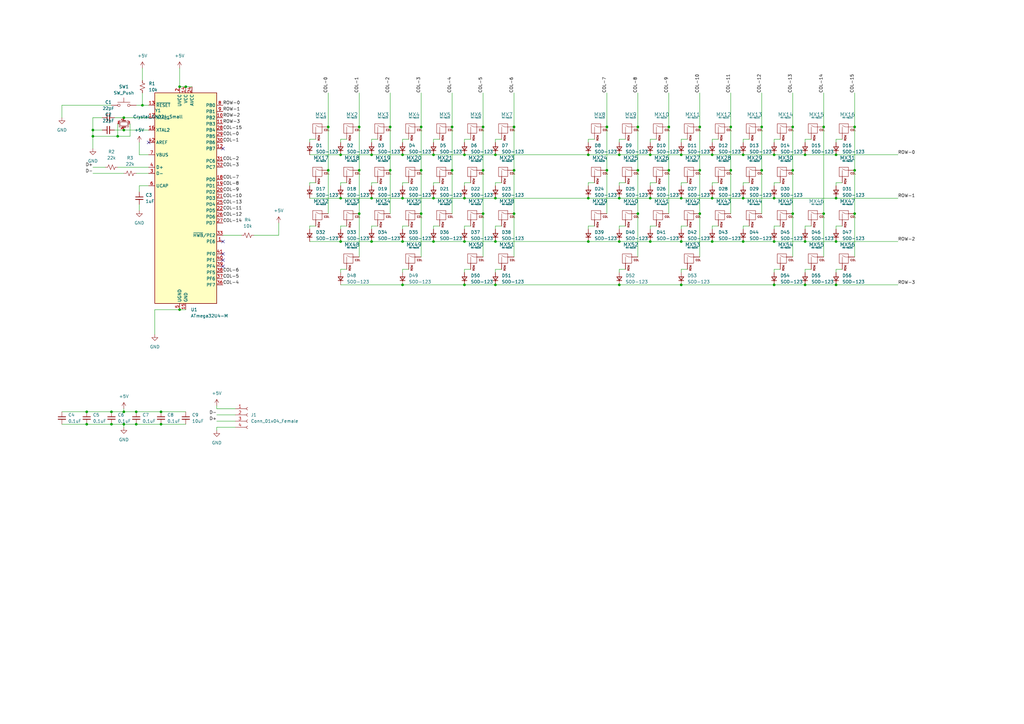
<source format=kicad_sch>
(kicad_sch (version 20211123) (generator eeschema)
  (paper "A3")
  (lib_symbols
    (symbol "Connector:Conn_01x04_Female" (pin_names (offset 1.016) hide)
      (property "Reference" "J" (at 0 5.08 0))
      (property "Value" "Conn_01x04_Female" (at 0 -7.62 0))
      (symbol "Conn_01x04_Female_1_1"
        (pin passive line (at -5.08 2.54 0) (length 3.81) (name "Pin_1") (number "1"))
        (pin passive line (at -5.08 0 0) (length 3.81) (name "Pin_2") (number "2"))
        (pin passive line (at -5.08 -2.54 0) (length 3.81) (name "Pin_3") (number "3"))
        (pin passive line (at -5.08 -5.08 0) (length 3.81) (name "Pin_4") (number "4"))
      )
    )
    (symbol "Device:C_Small" (pin_numbers hide) (pin_names (offset 0.254) hide)
      (property "Reference" "C" (at 0.254 1.778 0))
      (property "Value" "C_Small" (at 0.254 -2.032 0))
      (symbol "C_Small_1_1"
        (pin passive line (at 0 2.54 270) (length 2.032) (name "~") (number "1"))
        (pin passive line (at 0 -2.54 90) (length 2.032) (name "~") (number "2"))
      )
    )
    (symbol "Device:Crystal_GND24_Small" (pin_names (offset 1.016) hide)
      (property "Reference" "Y" (at 1.27 4.445 0))
      (property "Value" "Crystal_GND24_Small" (at 1.27 2.54 0))
      (symbol "Crystal_GND24_Small_1_1"
        (pin passive line (at -2.54 0 0) (length 1.27) (name "1") (number "1"))
        (pin passive line (at 0 -2.54 90) (length 0.635) (name "2") (number "2"))
        (pin passive line (at 2.54 0 180) (length 1.27) (name "3") (number "3"))
        (pin passive line (at 0 2.54 270) (length 0.635) (name "4") (number "4"))
      )
    )
    (symbol "Device:D_Small" (pin_numbers hide) (pin_names (offset 0.254) hide)
      (property "Reference" "D" (at -1.27 2.032 0))
      (property "Value" "D_Small" (at -3.81 -2.032 0))
      (symbol "D_Small_1_1"
        (pin passive line (at -2.54 0 0) (length 1.778) (name "K") (number "1"))
        (pin passive line (at 2.54 0 180) (length 1.778) (name "A") (number "2"))
      )
    )
    (symbol "Device:R_Small_US" (pin_numbers hide) (pin_names (offset 0.254) hide)
      (property "Reference" "R" (at 0.762 0.508 0))
      (property "Value" "R_Small_US" (at 0.762 -1.016 0))
      (symbol "R_Small_US_1_1"
        (pin passive line (at 0 2.54 270) (length 1.016) (name "~") (number "1"))
        (pin passive line (at 0 -2.54 90) (length 1.016) (name "~") (number "2"))
      )
    )
    (symbol "MCU_Microchip_ATmega:ATmega32U4-M"
      (property "Reference" "U" (at -12.7 44.45 0))
      (property "Value" "ATmega32U4-M" (at 2.54 -44.45 0))
      (symbol "ATmega32U4-M_1_1"
        (pin bidirectional line (at 15.24 -17.78 180) (length 2.54) (name "PE6") (number "1"))
        (pin bidirectional line (at 15.24 33.02 180) (length 2.54) (name "PB2") (number "10"))
        (pin bidirectional line (at 15.24 30.48 180) (length 2.54) (name "PB3") (number "11"))
        (pin bidirectional line (at 15.24 20.32 180) (length 2.54) (name "PB7") (number "12"))
        (pin input line (at -15.24 38.1 0) (length 2.54) (name "~{RESET}") (number "13"))
        (pin power_in line (at 0 45.72 270) (length 2.54) (name "VCC") (number "14"))
        (pin power_in line (at 0 -45.72 90) (length 2.54) (name "GND") (number "15"))
        (pin output line (at -15.24 27.94 0) (length 2.54) (name "XTAL2") (number "16"))
        (pin input line (at -15.24 33.02 0) (length 2.54) (name "XTAL1") (number "17"))
        (pin bidirectional line (at 15.24 7.62 180) (length 2.54) (name "PD0") (number "18"))
        (pin bidirectional line (at 15.24 5.08 180) (length 2.54) (name "PD1") (number "19"))
        (pin power_in line (at -2.54 45.72 270) (length 2.54) (name "UVCC") (number "2"))
        (pin bidirectional line (at 15.24 2.54 180) (length 2.54) (name "PD2") (number "20"))
        (pin bidirectional line (at 15.24 0 180) (length 2.54) (name "PD3") (number "21"))
        (pin bidirectional line (at 15.24 -5.08 180) (length 2.54) (name "PD5") (number "22"))
        (pin passive line (at 0 -45.72 90) (length 2.54) hide (name "GND") (number "23"))
        (pin power_in line (at 2.54 45.72 270) (length 2.54) (name "AVCC") (number "24"))
        (pin bidirectional line (at 15.24 -2.54 180) (length 2.54) (name "PD4") (number "25"))
        (pin bidirectional line (at 15.24 -7.62 180) (length 2.54) (name "PD6") (number "26"))
        (pin bidirectional line (at 15.24 -10.16 180) (length 2.54) (name "PD7") (number "27"))
        (pin bidirectional line (at 15.24 27.94 180) (length 2.54) (name "PB4") (number "28"))
        (pin bidirectional line (at 15.24 25.4 180) (length 2.54) (name "PB5") (number "29"))
        (pin bidirectional line (at -15.24 10.16 0) (length 2.54) (name "D-") (number "3"))
        (pin bidirectional line (at 15.24 22.86 180) (length 2.54) (name "PB6") (number "30"))
        (pin bidirectional line (at 15.24 15.24 180) (length 2.54) (name "PC6") (number "31"))
        (pin bidirectional line (at 15.24 12.7 180) (length 2.54) (name "PC7") (number "32"))
        (pin bidirectional line (at 15.24 -15.24 180) (length 2.54) (name "~{HWB}/PE2") (number "33"))
        (pin passive line (at 0 45.72 270) (length 2.54) hide (name "VCC") (number "34"))
        (pin passive line (at 0 -45.72 90) (length 2.54) hide (name "GND") (number "35"))
        (pin bidirectional line (at 15.24 -35.56 180) (length 2.54) (name "PF7") (number "36"))
        (pin bidirectional line (at 15.24 -33.02 180) (length 2.54) (name "PF6") (number "37"))
        (pin bidirectional line (at 15.24 -30.48 180) (length 2.54) (name "PF5") (number "38"))
        (pin bidirectional line (at 15.24 -27.94 180) (length 2.54) (name "PF4") (number "39"))
        (pin bidirectional line (at -15.24 12.7 0) (length 2.54) (name "D+") (number "4"))
        (pin bidirectional line (at 15.24 -25.4 180) (length 2.54) (name "PF1") (number "40"))
        (pin bidirectional line (at 15.24 -22.86 180) (length 2.54) (name "PF0") (number "41"))
        (pin passive line (at -15.24 22.86 0) (length 2.54) (name "AREF") (number "42"))
        (pin passive line (at 0 -45.72 90) (length 2.54) hide (name "GND") (number "43"))
        (pin passive line (at 2.54 45.72 270) (length 2.54) hide (name "AVCC") (number "44"))
        (pin passive line (at 0 -45.72 90) (length 2.54) hide (name "GND") (number "45"))
        (pin passive line (at -2.54 -45.72 90) (length 2.54) (name "UGND") (number "5"))
        (pin passive line (at -15.24 5.08 0) (length 2.54) (name "UCAP") (number "6"))
        (pin input line (at -15.24 17.78 0) (length 2.54) (name "VBUS") (number "7"))
        (pin bidirectional line (at 15.24 38.1 180) (length 2.54) (name "PB0") (number "8"))
        (pin bidirectional line (at 15.24 35.56 180) (length 2.54) (name "PB1") (number "9"))
      )
    )
    (symbol "MX_Alps_Hybrid:MX-NoLED" (pin_names (offset 1.016))
      (property "Reference" "MX" (at -0.635 3.81 0))
      (property "Value" "MX-NoLED" (at -0.635 1.27 0))
      (symbol "MX-NoLED_0_0"
        (text "COL" (at 3.175 0 0) (effects (font (size 0.762 0.762))))
        (text "ROW" (at 0 -1.905 900) (effects (font (size 0.762 0.762)) (justify right)))
      )
      (symbol "MX-NoLED_1_1"
        (pin passive line (at 3.81 1.27 180) (length 2.54) (name "COL") (number "1"))
        (pin passive line (at -1.27 -3.81 90) (length 2.54) (name "ROW") (number "2"))
      )
    )
    (symbol "Switch:SW_Push" (pin_numbers hide) (pin_names (offset 1.016) hide)
      (property "Reference" "SW" (at 1.27 2.54 0))
      (property "Value" "SW_Push" (at 0 -1.524 0))
      (symbol "SW_Push_0_1"
        (pin passive line (at -5.08 0 0) (length 2.54) (name "1") (number "1"))
        (pin passive line (at 5.08 0 180) (length 2.54) (name "2") (number "2"))
      )
    )
    (symbol "power:+5V" (power) (pin_names (offset 0))
      (property "Value" "+5V" (at 0 3.556 0))
      (symbol "+5V_1_1"
        (pin power_in line (at 0 0 90) (length 0) hide (name "+5V") (number "1"))
      )
    )
    (symbol "power:GND" (power) (pin_names (offset 0))
      (property "Value" "GND" (at 0 -3.81 0))
      (symbol "GND_1_1"
        (pin power_in line (at 0 0 270) (length 0) hide (name "GND") (number "1"))
      )
    )
  )
  (junction (at 261.62 87.63))
  (junction (at 198.12 87.63))
  (junction (at 66.04 173.99))
  (junction (at 342.9 99.06))
  (junction (at 254 81.28))
  (junction (at 147.32 69.85))
  (junction (at 325.12 87.63))
  (junction (at 210.82 87.63))
  (junction (at 45.72 173.99))
  (junction (at 342.9 116.84))
  (junction (at 317.5 63.5))
  (junction (at 50.8 48.26))
  (junction (at 203.2 99.06))
  (junction (at 177.8 99.06))
  (junction (at 287.02 52.07))
  (junction (at 210.82 52.07))
  (junction (at 139.7 81.28))
  (junction (at 304.8 81.28))
  (junction (at 55.88 168.91))
  (junction (at 274.32 69.85))
  (junction (at 58.42 43.18))
  (junction (at 152.4 99.06))
  (junction (at 152.4 81.28))
  (junction (at 330.2 99.06))
  (junction (at 299.72 69.85))
  (junction (at 279.4 116.84))
  (junction (at 50.8 53.34))
  (junction (at 248.92 52.07))
  (junction (at 198.12 69.85))
  (junction (at 241.3 81.28))
  (junction (at 304.8 63.5))
  (junction (at 330.2 116.84))
  (junction (at 312.42 52.07))
  (junction (at 261.62 52.07))
  (junction (at 50.8 168.91))
  (junction (at 337.82 87.63))
  (junction (at 165.1 116.84))
  (junction (at 266.7 81.28))
  (junction (at 45.72 168.91))
  (junction (at 287.02 69.85))
  (junction (at 312.42 69.85))
  (junction (at 241.3 99.06))
  (junction (at 203.2 81.28))
  (junction (at 73.66 35.56))
  (junction (at 139.7 63.5))
  (junction (at 350.52 87.63))
  (junction (at 66.04 168.91))
  (junction (at 261.62 69.85))
  (junction (at 172.72 87.63))
  (junction (at 35.56 173.99))
  (junction (at 325.12 52.07))
  (junction (at 190.5 99.06))
  (junction (at 35.56 168.91))
  (junction (at 48.26 55.88))
  (junction (at 134.62 69.85))
  (junction (at 38.1 53.34))
  (junction (at 342.9 63.5))
  (junction (at 177.8 63.5))
  (junction (at 254 99.06))
  (junction (at 299.72 52.07))
  (junction (at 198.12 52.07))
  (junction (at 165.1 63.5))
  (junction (at 304.8 99.06))
  (junction (at 274.32 52.07))
  (junction (at 50.8 173.99))
  (junction (at 203.2 63.5))
  (junction (at 287.02 87.63))
  (junction (at 203.2 116.84))
  (junction (at 177.8 81.28))
  (junction (at 350.52 52.07))
  (junction (at 325.12 69.85))
  (junction (at 172.72 52.07))
  (junction (at 337.82 52.07))
  (junction (at 248.92 69.85))
  (junction (at 190.5 81.28))
  (junction (at 317.5 99.06))
  (junction (at 152.4 63.5))
  (junction (at 172.72 69.85))
  (junction (at 292.1 63.5))
  (junction (at 279.4 63.5))
  (junction (at 292.1 81.28))
  (junction (at 342.9 81.28))
  (junction (at 350.52 69.85))
  (junction (at 254 116.84))
  (junction (at 147.32 87.63))
  (junction (at 317.5 116.84))
  (junction (at 38.1 55.88))
  (junction (at 330.2 63.5))
  (junction (at 266.7 63.5))
  (junction (at 210.82 69.85))
  (junction (at 165.1 99.06))
  (junction (at 185.42 52.07))
  (junction (at 279.4 99.06))
  (junction (at 266.7 99.06))
  (junction (at 160.02 69.85))
  (junction (at 139.7 99.06))
  (junction (at 73.66 127))
  (junction (at 241.3 63.5))
  (junction (at 55.88 173.99))
  (junction (at 185.42 69.85))
  (junction (at 160.02 52.07))
  (junction (at 190.5 116.84))
  (junction (at 279.4 81.28))
  (junction (at 165.1 81.28))
  (junction (at 134.62 52.07))
  (junction (at 254 63.5))
  (junction (at 147.32 52.07))
  (junction (at 190.5 63.5))
  (junction (at 292.1 99.06))
  (junction (at 76.2 35.56))
  (junction (at 317.5 81.28))
  (no_connect (at 60.96 58.42))
  (no_connect (at 91.44 60.96))
  (no_connect (at 91.44 104.14))
  (no_connect (at 91.44 109.22))
  (no_connect (at 91.44 99.06))
  (no_connect (at 91.44 106.68))
  (wire (pts (xy 248.92 38.1) (xy 248.92 52.07)))
  (wire (pts (xy 203.2 99.06) (xy 241.3 99.06)))
  (wire (pts (xy 304.8 74.93) (xy 304.8 76.2)))
  (wire (pts (xy 50.8 173.99) (xy 50.8 175.26)))
  (wire (pts (xy 66.04 168.91) (xy 76.2 168.91)))
  (wire (pts (xy 254 74.93) (xy 254 76.2)))
  (wire (pts (xy 350.52 38.1) (xy 350.52 52.07)))
  (wire (pts (xy 274.32 38.1) (xy 274.32 52.07)))
  (wire (pts (xy 139.7 116.84) (xy 165.1 116.84)))
  (wire (pts (xy 317.5 81.28) (xy 342.9 81.28)))
  (wire (pts (xy 266.7 81.28) (xy 279.4 81.28)))
  (wire (pts (xy 147.32 69.85) (xy 147.32 87.63)))
  (wire (pts (xy 167.64 74.93) (xy 165.1 74.93)))
  (wire (pts (xy 172.72 87.63) (xy 172.72 105.41)))
  (wire (pts (xy 60.96 63.5) (xy 57.15 63.5)))
  (wire (pts (xy 147.32 52.07) (xy 147.32 69.85)))
  (wire (pts (xy 307.34 57.15) (xy 304.8 57.15)))
  (wire (pts (xy 330.2 92.71) (xy 330.2 93.98)))
  (wire (pts (xy 76.2 35.56) (xy 73.66 35.56)))
  (wire (pts (xy 152.4 99.06) (xy 165.1 99.06)))
  (wire (pts (xy 287.02 69.85) (xy 287.02 87.63)))
  (wire (pts (xy 177.8 81.28) (xy 190.5 81.28)))
  (wire (pts (xy 342.9 63.5) (xy 368.3 63.5)))
  (wire (pts (xy 342.9 99.06) (xy 368.3 99.06)))
  (wire (pts (xy 152.4 57.15) (xy 152.4 58.42)))
  (wire (pts (xy 350.52 69.85) (xy 350.52 87.63)))
  (wire (pts (xy 152.4 74.93) (xy 152.4 76.2)))
  (wire (pts (xy 342.9 57.15) (xy 342.9 58.42)))
  (wire (pts (xy 134.62 52.07) (xy 134.62 69.85)))
  (wire (pts (xy 127 63.5) (xy 139.7 63.5)))
  (wire (pts (xy 287.02 52.07) (xy 287.02 69.85)))
  (wire (pts (xy 337.82 38.1) (xy 337.82 52.07)))
  (wire (pts (xy 88.9 166.37) (xy 88.9 167.64)))
  (wire (pts (xy 205.74 92.71) (xy 203.2 92.71)))
  (wire (pts (xy 55.88 168.91) (xy 66.04 168.91)))
  (wire (pts (xy 165.1 110.49) (xy 165.1 111.76)))
  (wire (pts (xy 88.9 170.18) (xy 96.52 170.18)))
  (wire (pts (xy 241.3 92.71) (xy 241.3 93.98)))
  (wire (pts (xy 57.15 83.82) (xy 57.15 86.36)))
  (wire (pts (xy 190.5 63.5) (xy 203.2 63.5)))
  (wire (pts (xy 256.54 92.71) (xy 254 92.71)))
  (wire (pts (xy 60.96 76.2) (xy 57.15 76.2)))
  (wire (pts (xy 269.24 74.93) (xy 266.7 74.93)))
  (wire (pts (xy 152.4 92.71) (xy 152.4 93.98)))
  (wire (pts (xy 279.4 63.5) (xy 292.1 63.5)))
  (wire (pts (xy 139.7 57.15) (xy 139.7 58.42)))
  (wire (pts (xy 203.2 57.15) (xy 203.2 58.42)))
  (wire (pts (xy 320.04 92.71) (xy 317.5 92.71)))
  (wire (pts (xy 48.26 68.58) (xy 60.96 68.58)))
  (wire (pts (xy 345.44 92.71) (xy 342.9 92.71)))
  (wire (pts (xy 127 81.28) (xy 139.7 81.28)))
  (wire (pts (xy 38.1 68.58) (xy 43.18 68.58)))
  (wire (pts (xy 147.32 38.1) (xy 147.32 52.07)))
  (wire (pts (xy 50.8 53.34) (xy 60.96 53.34)))
  (wire (pts (xy 210.82 87.63) (xy 210.82 105.41)))
  (wire (pts (xy 203.2 92.71) (xy 203.2 93.98)))
  (wire (pts (xy 203.2 63.5) (xy 241.3 63.5)))
  (wire (pts (xy 317.5 74.93) (xy 317.5 76.2)))
  (wire (pts (xy 198.12 38.1) (xy 198.12 52.07)))
  (wire (pts (xy 345.44 57.15) (xy 342.9 57.15)))
  (wire (pts (xy 50.8 167.64) (xy 50.8 168.91)))
  (wire (pts (xy 304.8 99.06) (xy 317.5 99.06)))
  (wire (pts (xy 193.04 57.15) (xy 190.5 57.15)))
  (wire (pts (xy 317.5 63.5) (xy 330.2 63.5)))
  (wire (pts (xy 165.1 74.93) (xy 165.1 76.2)))
  (wire (pts (xy 210.82 38.1) (xy 210.82 52.07)))
  (wire (pts (xy 91.44 96.52) (xy 99.06 96.52)))
  (wire (pts (xy 193.04 92.71) (xy 190.5 92.71)))
  (wire (pts (xy 256.54 57.15) (xy 254 57.15)))
  (wire (pts (xy 139.7 110.49) (xy 139.7 111.76)))
  (wire (pts (xy 25.4 168.91) (xy 35.56 168.91)))
  (wire (pts (xy 73.66 127) (xy 63.5 127)))
  (wire (pts (xy 299.72 38.1) (xy 299.72 52.07)))
  (wire (pts (xy 142.24 110.49) (xy 139.7 110.49)))
  (wire (pts (xy 330.2 116.84) (xy 342.9 116.84)))
  (wire (pts (xy 180.34 74.93) (xy 177.8 74.93)))
  (wire (pts (xy 38.1 53.34) (xy 38.1 55.88)))
  (wire (pts (xy 294.64 74.93) (xy 292.1 74.93)))
  (wire (pts (xy 48.26 55.88) (xy 53.34 55.88)))
  (wire (pts (xy 38.1 48.26) (xy 41.91 48.26)))
  (wire (pts (xy 180.34 92.71) (xy 177.8 92.71)))
  (wire (pts (xy 304.8 57.15) (xy 304.8 58.42)))
  (wire (pts (xy 185.42 52.07) (xy 185.42 69.85)))
  (wire (pts (xy 58.42 43.18) (xy 60.96 43.18)))
  (wire (pts (xy 58.42 27.94) (xy 58.42 33.02)))
  (wire (pts (xy 45.72 168.91) (xy 50.8 168.91)))
  (wire (pts (xy 190.5 92.71) (xy 190.5 93.98)))
  (wire (pts (xy 190.5 74.93) (xy 190.5 76.2)))
  (wire (pts (xy 205.74 74.93) (xy 203.2 74.93)))
  (wire (pts (xy 190.5 116.84) (xy 203.2 116.84)))
  (wire (pts (xy 185.42 38.1) (xy 185.42 52.07)))
  (wire (pts (xy 279.4 99.06) (xy 292.1 99.06)))
  (wire (pts (xy 350.52 87.63) (xy 350.52 105.41)))
  (wire (pts (xy 281.94 74.93) (xy 279.4 74.93)))
  (wire (pts (xy 104.14 96.52) (xy 114.3 96.52)))
  (wire (pts (xy 325.12 38.1) (xy 325.12 52.07)))
  (wire (pts (xy 38.1 53.34) (xy 41.91 53.34)))
  (wire (pts (xy 266.7 57.15) (xy 266.7 58.42)))
  (wire (pts (xy 139.7 99.06) (xy 152.4 99.06)))
  (wire (pts (xy 55.88 71.12) (xy 60.96 71.12)))
  (wire (pts (xy 292.1 63.5) (xy 304.8 63.5)))
  (wire (pts (xy 139.7 92.71) (xy 139.7 93.98)))
  (wire (pts (xy 46.99 48.26) (xy 50.8 48.26)))
  (wire (pts (xy 292.1 92.71) (xy 292.1 93.98)))
  (wire (pts (xy 279.4 110.49) (xy 279.4 111.76)))
  (wire (pts (xy 294.64 92.71) (xy 292.1 92.71)))
  (wire (pts (xy 317.5 92.71) (xy 317.5 93.98)))
  (wire (pts (xy 57.15 76.2) (xy 57.15 78.74)))
  (wire (pts (xy 203.2 110.49) (xy 203.2 111.76)))
  (wire (pts (xy 142.24 57.15) (xy 139.7 57.15)))
  (wire (pts (xy 241.3 74.93) (xy 241.3 76.2)))
  (wire (pts (xy 243.84 74.93) (xy 241.3 74.93)))
  (wire (pts (xy 261.62 87.63) (xy 261.62 105.41)))
  (wire (pts (xy 193.04 74.93) (xy 190.5 74.93)))
  (wire (pts (xy 261.62 52.07) (xy 261.62 69.85)))
  (wire (pts (xy 203.2 74.93) (xy 203.2 76.2)))
  (wire (pts (xy 172.72 69.85) (xy 172.72 87.63)))
  (wire (pts (xy 35.56 168.91) (xy 45.72 168.91)))
  (wire (pts (xy 241.3 63.5) (xy 254 63.5)))
  (wire (pts (xy 142.24 92.71) (xy 139.7 92.71)))
  (wire (pts (xy 312.42 38.1) (xy 312.42 52.07)))
  (wire (pts (xy 165.1 99.06) (xy 177.8 99.06)))
  (wire (pts (xy 248.92 69.85) (xy 248.92 87.63)))
  (wire (pts (xy 45.72 173.99) (xy 50.8 173.99)))
  (wire (pts (xy 279.4 81.28) (xy 292.1 81.28)))
  (wire (pts (xy 292.1 99.06) (xy 304.8 99.06)))
  (wire (pts (xy 134.62 38.1) (xy 134.62 52.07)))
  (wire (pts (xy 114.3 96.52) (xy 114.3 91.44)))
  (wire (pts (xy 304.8 81.28) (xy 317.5 81.28)))
  (wire (pts (xy 198.12 69.85) (xy 198.12 87.63)))
  (wire (pts (xy 46.99 53.34) (xy 50.8 53.34)))
  (wire (pts (xy 266.7 74.93) (xy 266.7 76.2)))
  (wire (pts (xy 279.4 116.84) (xy 317.5 116.84)))
  (wire (pts (xy 243.84 57.15) (xy 241.3 57.15)))
  (wire (pts (xy 287.02 87.63) (xy 287.02 105.41)))
  (wire (pts (xy 254 110.49) (xy 254 111.76)))
  (wire (pts (xy 139.7 81.28) (xy 152.4 81.28)))
  (wire (pts (xy 53.34 50.8) (xy 53.34 55.88)))
  (wire (pts (xy 292.1 57.15) (xy 292.1 58.42)))
  (wire (pts (xy 177.8 57.15) (xy 177.8 58.42)))
  (wire (pts (xy 287.02 38.1) (xy 287.02 52.07)))
  (wire (pts (xy 152.4 81.28) (xy 165.1 81.28)))
  (wire (pts (xy 165.1 63.5) (xy 177.8 63.5)))
  (wire (pts (xy 57.15 63.5) (xy 57.15 58.42)))
  (wire (pts (xy 38.1 48.26) (xy 38.1 53.34)))
  (wire (pts (xy 307.34 74.93) (xy 304.8 74.93)))
  (wire (pts (xy 134.62 69.85) (xy 134.62 87.63)))
  (wire (pts (xy 35.56 173.99) (xy 45.72 173.99)))
  (wire (pts (xy 248.92 52.07) (xy 248.92 69.85)))
  (wire (pts (xy 129.54 92.71) (xy 127 92.71)))
  (wire (pts (xy 127 92.71) (xy 127 93.98)))
  (wire (pts (xy 317.5 110.49) (xy 317.5 111.76)))
  (wire (pts (xy 241.3 81.28) (xy 254 81.28)))
  (wire (pts (xy 127 74.93) (xy 127 76.2)))
  (wire (pts (xy 299.72 52.07) (xy 299.72 69.85)))
  (wire (pts (xy 254 92.71) (xy 254 93.98)))
  (wire (pts (xy 38.1 71.12) (xy 50.8 71.12)))
  (wire (pts (xy 185.42 69.85) (xy 185.42 87.63)))
  (wire (pts (xy 177.8 74.93) (xy 177.8 76.2)))
  (wire (pts (xy 330.2 57.15) (xy 330.2 58.42)))
  (wire (pts (xy 88.9 175.26) (xy 88.9 176.53)))
  (wire (pts (xy 330.2 63.5) (xy 342.9 63.5)))
  (wire (pts (xy 160.02 38.1) (xy 160.02 52.07)))
  (wire (pts (xy 337.82 52.07) (xy 337.82 87.63)))
  (wire (pts (xy 172.72 52.07) (xy 172.72 69.85)))
  (wire (pts (xy 58.42 38.1) (xy 58.42 43.18)))
  (wire (pts (xy 165.1 57.15) (xy 165.1 58.42)))
  (wire (pts (xy 198.12 87.63) (xy 198.12 105.41)))
  (wire (pts (xy 256.54 74.93) (xy 254 74.93)))
  (wire (pts (xy 165.1 92.71) (xy 165.1 93.98)))
  (wire (pts (xy 63.5 127) (xy 63.5 137.16)))
  (wire (pts (xy 274.32 52.07) (xy 274.32 69.85)))
  (wire (pts (xy 292.1 74.93) (xy 292.1 76.2)))
  (wire (pts (xy 325.12 87.63) (xy 325.12 105.41)))
  (wire (pts (xy 345.44 110.49) (xy 342.9 110.49)))
  (wire (pts (xy 312.42 52.07) (xy 312.42 69.85)))
  (wire (pts (xy 50.8 48.26) (xy 60.96 48.26)))
  (wire (pts (xy 177.8 92.71) (xy 177.8 93.98)))
  (wire (pts (xy 38.1 55.88) (xy 48.26 55.88)))
  (wire (pts (xy 139.7 74.93) (xy 139.7 76.2)))
  (wire (pts (xy 256.54 110.49) (xy 254 110.49)))
  (wire (pts (xy 78.74 35.56) (xy 76.2 35.56)))
  (wire (pts (xy 190.5 110.49) (xy 190.5 111.76)))
  (wire (pts (xy 304.8 63.5) (xy 317.5 63.5)))
  (wire (pts (xy 266.7 63.5) (xy 279.4 63.5)))
  (wire (pts (xy 165.1 81.28) (xy 177.8 81.28)))
  (wire (pts (xy 142.24 74.93) (xy 139.7 74.93)))
  (wire (pts (xy 88.9 172.72) (xy 96.52 172.72)))
  (wire (pts (xy 320.04 74.93) (xy 317.5 74.93)))
  (wire (pts (xy 325.12 52.07) (xy 325.12 69.85)))
  (wire (pts (xy 332.74 57.15) (xy 330.2 57.15)))
  (wire (pts (xy 266.7 92.71) (xy 266.7 93.98)))
  (wire (pts (xy 279.4 74.93) (xy 279.4 76.2)))
  (wire (pts (xy 254 99.06) (xy 266.7 99.06)))
  (wire (pts (xy 299.72 69.85) (xy 299.72 87.63)))
  (wire (pts (xy 167.64 92.71) (xy 165.1 92.71)))
  (wire (pts (xy 147.32 87.63) (xy 147.32 105.41)))
  (wire (pts (xy 127 99.06) (xy 139.7 99.06)))
  (wire (pts (xy 25.4 43.18) (xy 45.72 43.18)))
  (wire (pts (xy 317.5 57.15) (xy 317.5 58.42)))
  (wire (pts (xy 342.9 74.93) (xy 342.9 76.2)))
  (wire (pts (xy 139.7 63.5) (xy 152.4 63.5)))
  (wire (pts (xy 279.4 92.71) (xy 279.4 93.98)))
  (wire (pts (xy 205.74 110.49) (xy 203.2 110.49)))
  (wire (pts (xy 50.8 173.99) (xy 55.88 173.99)))
  (wire (pts (xy 261.62 38.1) (xy 261.62 52.07)))
  (wire (pts (xy 294.64 57.15) (xy 292.1 57.15)))
  (wire (pts (xy 76.2 127) (xy 73.66 127)))
  (wire (pts (xy 266.7 99.06) (xy 279.4 99.06)))
  (wire (pts (xy 152.4 63.5) (xy 165.1 63.5)))
  (wire (pts (xy 129.54 57.15) (xy 127 57.15)))
  (wire (pts (xy 307.34 92.71) (xy 304.8 92.71)))
  (wire (pts (xy 332.74 92.71) (xy 330.2 92.71)))
  (wire (pts (xy 205.74 57.15) (xy 203.2 57.15)))
  (wire (pts (xy 154.94 92.71) (xy 152.4 92.71)))
  (wire (pts (xy 193.04 110.49) (xy 190.5 110.49)))
  (wire (pts (xy 254 116.84) (xy 279.4 116.84)))
  (wire (pts (xy 55.88 43.18) (xy 58.42 43.18)))
  (wire (pts (xy 304.8 92.71) (xy 304.8 93.98)))
  (wire (pts (xy 312.42 69.85) (xy 312.42 87.63)))
  (wire (pts (xy 160.02 52.07) (xy 160.02 69.85)))
  (wire (pts (xy 317.5 99.06) (xy 330.2 99.06)))
  (wire (pts (xy 342.9 81.28) (xy 368.3 81.28)))
  (wire (pts (xy 154.94 74.93) (xy 152.4 74.93)))
  (wire (pts (xy 241.3 99.06) (xy 254 99.06)))
  (wire (pts (xy 342.9 116.84) (xy 368.3 116.84)))
  (wire (pts (xy 167.64 110.49) (xy 165.1 110.49)))
  (wire (pts (xy 167.64 57.15) (xy 165.1 57.15)))
  (wire (pts (xy 38.1 55.88) (xy 38.1 60.96)))
  (wire (pts (xy 160.02 69.85) (xy 160.02 87.63)))
  (wire (pts (xy 261.62 69.85) (xy 261.62 87.63)))
  (wire (pts (xy 269.24 57.15) (xy 266.7 57.15)))
  (wire (pts (xy 25.4 43.18) (xy 25.4 48.26)))
  (wire (pts (xy 320.04 110.49) (xy 317.5 110.49)))
  (wire (pts (xy 325.12 69.85) (xy 325.12 87.63)))
  (wire (pts (xy 330.2 99.06) (xy 342.9 99.06)))
  (wire (pts (xy 342.9 92.71) (xy 342.9 93.98)))
  (wire (pts (xy 269.24 92.71) (xy 266.7 92.71)))
  (wire (pts (xy 241.3 57.15) (xy 241.3 58.42)))
  (wire (pts (xy 337.82 87.63) (xy 337.82 105.41)))
  (wire (pts (xy 281.94 110.49) (xy 279.4 110.49)))
  (wire (pts (xy 190.5 99.06) (xy 203.2 99.06)))
  (wire (pts (xy 165.1 116.84) (xy 190.5 116.84)))
  (wire (pts (xy 279.4 57.15) (xy 279.4 58.42)))
  (wire (pts (xy 177.8 99.06) (xy 190.5 99.06)))
  (wire (pts (xy 274.32 69.85) (xy 274.32 87.63)))
  (wire (pts (xy 190.5 81.28) (xy 203.2 81.28)))
  (wire (pts (xy 254 81.28) (xy 266.7 81.28)))
  (wire (pts (xy 317.5 116.84) (xy 330.2 116.84)))
  (wire (pts (xy 350.52 52.07) (xy 350.52 69.85)))
  (wire (pts (xy 332.74 110.49) (xy 330.2 110.49)))
  (wire (pts (xy 154.94 57.15) (xy 152.4 57.15)))
  (wire (pts (xy 55.88 173.99) (xy 66.04 173.99)))
  (wire (pts (xy 73.66 35.56) (xy 73.66 27.94)))
  (wire (pts (xy 172.72 38.1) (xy 172.72 52.07)))
  (wire (pts (xy 25.4 173.99) (xy 35.56 173.99)))
  (wire (pts (xy 281.94 92.71) (xy 279.4 92.71)))
  (wire (pts (xy 210.82 52.07) (xy 210.82 69.85)))
  (wire (pts (xy 281.94 57.15) (xy 279.4 57.15)))
  (wire (pts (xy 88.9 167.64) (xy 96.52 167.64)))
  (wire (pts (xy 127 57.15) (xy 127 58.42)))
  (wire (pts (xy 243.84 92.71) (xy 241.3 92.71)))
  (wire (pts (xy 320.04 57.15) (xy 317.5 57.15)))
  (wire (pts (xy 330.2 110.49) (xy 330.2 111.76)))
  (wire (pts (xy 345.44 74.93) (xy 342.9 74.93)))
  (wire (pts (xy 198.12 52.07) (xy 198.12 69.85)))
  (wire (pts (xy 180.34 57.15) (xy 177.8 57.15)))
  (wire (pts (xy 292.1 81.28) (xy 304.8 81.28)))
  (wire (pts (xy 66.04 173.99) (xy 76.2 173.99)))
  (wire (pts (xy 254 63.5) (xy 266.7 63.5)))
  (wire (pts (xy 342.9 110.49) (xy 342.9 111.76)))
  (wire (pts (xy 129.54 74.93) (xy 127 74.93)))
  (wire (pts (xy 48.26 50.8) (xy 48.26 55.88)))
  (wire (pts (xy 203.2 81.28) (xy 241.3 81.28)))
  (wire (pts (xy 210.82 69.85) (xy 210.82 87.63)))
  (wire (pts (xy 254 57.15) (xy 254 58.42)))
  (wire (pts (xy 177.8 63.5) (xy 190.5 63.5)))
  (wire (pts (xy 190.5 57.15) (xy 190.5 58.42)))
  (wire (pts (xy 96.52 175.26) (xy 88.9 175.26)))
  (wire (pts (xy 50.8 168.91) (xy 55.88 168.91)))
  (wire (pts (xy 203.2 116.84) (xy 254 116.84)))
  (label "ROW-1" (at 91.44 45.72 0))
  (label "COL-3" (at 91.44 68.58 0))
  (label "COL-15" (at 350.52 38.1 90))
  (label "COL-13" (at 325.12 38.1 90))
  (label "COL-1" (at 147.32 38.1 90))
  (label "ROW-0" (at 91.44 43.18 0))
  (label "D+" (at 88.9 172.72 180))
  (label "COL-4" (at 185.42 38.1 90))
  (label "COL-14" (at 337.82 38.1 90))
  (label "ROW-2" (at 368.3 99.06 0))
  (label "ROW-3" (at 91.44 50.8 0))
  (label "COL-9" (at 91.44 78.74 0))
  (label "COL-11" (at 91.44 86.36 0))
  (label "COL-10" (at 287.02 38.1 90))
  (label "COL-12" (at 312.42 38.1 90))
  (label "COL-0" (at 134.62 38.1 90))
  (label "D-" (at 88.9 170.18 180))
  (label "COL-2" (at 91.44 66.04 0))
  (label "COL-10" (at 91.44 81.28 0))
  (label "COL-13" (at 91.44 83.82 0))
  (label "D-" (at 38.1 71.12 180))
  (label "ROW-3" (at 368.3 116.84 0))
  (label "COL-12" (at 91.44 88.9 0))
  (label "COL-0" (at 91.44 55.88 0))
  (label "COL-4" (at 91.44 116.84 0))
  (label "ROW-0" (at 368.3 63.5 0))
  (label "COL-7" (at 91.44 73.66 0))
  (label "COL-15" (at 91.44 53.34 0))
  (label "COL-1" (at 91.44 58.42 0))
  (label "D+" (at 38.1 68.58 180))
  (label "COL-5" (at 198.12 38.1 90))
  (label "COL-9" (at 274.32 38.1 90))
  (label "COL-3" (at 172.72 38.1 90))
  (label "COL-14" (at 91.44 91.44 0))
  (label "COL-6" (at 210.82 38.1 90))
  (label "COL-5" (at 91.44 114.3 0))
  (label "ROW-2" (at 91.44 48.26 0))
  (label "COL-8" (at 261.62 38.1 90))
  (label "ROW-1" (at 368.3 81.28 0))
  (label "COL-8" (at 91.44 76.2 0))
  (label "COL-7" (at 248.92 38.1 90))
  (label "COL-11" (at 299.72 38.1 90))
  (label "COL-6" (at 91.44 111.76 0))
  (label "COL-2" (at 160.02 38.1 90))
  (symbol (lib_id "Device:D_Small") (at 317.5 60.96 90) (unit 1)
    (property "Reference" "D14" (at 320.04 59.6899 90) (effects (justify right)))
    (property "Value" "SOD-123" (at 320.04 62.2299 90) (effects (justify right)))
    (property "Footprint" "Diode_SMD:D_SOD-123" (effects hide))
  )
  (symbol (lib_id "MX_Alps_Hybrid:MX-NoLED") (at 181.61 88.9 0) (unit 1)
    (property "Reference" "MX36" (at 182.4956 82.55 0) (effects (font (size 1.524 1.524))))
    (property "Value" "MX-NoLED" (at 182.4956 83.82 0) (effects (font (size 0.508 0.508))))
    (property "Footprint" "MX_Only:MXOnly-1U-NoLED" (effects hide))
  )
  (symbol (lib_id "MX_Alps_Hybrid:MX-NoLED") (at 156.21 71.12 0) (unit 1)
    (property "Reference" "MX19" (at 157.0956 64.77 0) (effects (font (size 1.524 1.524))))
    (property "Value" "MX-NoLED" (at 157.0956 66.04 0) (effects (font (size 0.508 0.508))))
    (property "Footprint" "MX_Only:MXOnly-1U-NoLED" (effects hide))
  )
  (symbol (lib_id "MX_Alps_Hybrid:MX-NoLED") (at 295.91 53.34 0) (unit 1)
    (property "Reference" "MX12" (at 296.7956 46.99 0) (effects (font (size 1.524 1.524))))
    (property "Value" "MX-NoLED" (at 296.7956 48.26 0) (effects (font (size 0.508 0.508))))
    (property "Footprint" "MX_Only:MXOnly-1U-NoLED" (effects hide))
  )
  (symbol (lib_id "MX_Alps_Hybrid:MX-NoLED") (at 181.61 71.12 0) (unit 1)
    (property "Reference" "MX21" (at 182.4956 64.77 0) (effects (font (size 1.524 1.524))))
    (property "Value" "MX-NoLED" (at 182.4956 66.04 0) (effects (font (size 0.508 0.508))))
    (property "Footprint" "MX_Only:MXOnly-1U-NoLED" (effects hide))
  )
  (symbol (lib_id "MX_Alps_Hybrid:MX-NoLED") (at 283.21 106.68 0) (unit 1)
    (property "Reference" "MX53" (at 284.0956 100.33 0) (effects (font (size 1.524 1.524))))
    (property "Value" "MX-NoLED" (at 284.0956 101.6 0) (effects (font (size 0.508 0.508))))
    (property "Footprint" "MX_Only:MXOnly-1.5U-NoLED" (effects hide))
  )
  (symbol (lib_id "Device:D_Small") (at 292.1 60.96 90) (unit 1)
    (property "Reference" "D12" (at 294.64 59.6899 90) (effects (justify right)))
    (property "Value" "SOD-123" (at 294.64 62.2299 90) (effects (justify right)))
    (property "Footprint" "Diode_SMD:D_SOD-123" (effects hide))
  )
  (symbol (lib_id "Device:D_Small") (at 254 96.52 90) (unit 1)
    (property "Reference" "D40" (at 256.54 95.2499 90) (effects (justify right)))
    (property "Value" "SOD-123" (at 256.54 97.7899 90) (effects (justify right)))
    (property "Footprint" "Diode_SMD:D_SOD-123" (effects hide))
  )
  (symbol (lib_id "MX_Alps_Hybrid:MX-NoLED") (at 156.21 88.9 0) (unit 1)
    (property "Reference" "MX34" (at 157.0956 82.55 0) (effects (font (size 1.524 1.524))))
    (property "Value" "MX-NoLED" (at 157.0956 83.82 0) (effects (font (size 0.508 0.508))))
    (property "Footprint" "MX_Only:MXOnly-1U-NoLED" (effects hide))
  )
  (symbol (lib_id "MX_Alps_Hybrid:MX-NoLED") (at 245.11 71.12 0) (unit 1)
    (property "Reference" "MX24" (at 245.9956 64.77 0) (effects (font (size 1.524 1.524))))
    (property "Value" "MX-NoLED" (at 245.9956 66.04 0) (effects (font (size 0.508 0.508))))
    (property "Footprint" "MX_Only:MXOnly-1U-NoLED" (effects hide))
  )
  (symbol (lib_id "Device:D_Small") (at 241.3 60.96 90) (unit 1)
    (property "Reference" "D8" (at 243.84 59.6899 90) (effects (justify right)))
    (property "Value" "SOD-123" (at 243.84 62.2299 90) (effects (justify right)))
    (property "Footprint" "Diode_SMD:D_SOD-123" (effects hide))
  )
  (symbol (lib_id "power:GND") (at 50.8 175.26 0) (unit 1)
    (property "Reference" "#PWR011" (effects hide))
    (property "Value" "GND" (at 50.8 180.34 0))
  )
  (symbol (lib_id "Device:R_Small_US") (at 45.72 68.58 90) (unit 1)
    (property "Reference" "R2" (at 45.72 62.23 90))
    (property "Value" "22k" (at 45.72 64.77 90))
    (property "Footprint" "Resistor_SMD:R_0603_1608Metric_Pad0.98x0.95mm_HandSolder" (effects hide))
  )
  (symbol (lib_id "power:+5V") (at 58.42 27.94 0) (unit 1)
    (property "Reference" "#PWR01" (effects hide))
    (property "Value" "+5V" (at 58.42 22.86 0))
  )
  (symbol (lib_id "Device:D_Small") (at 330.2 60.96 90) (unit 1)
    (property "Reference" "D15" (at 332.74 59.6899 90) (effects (justify right)))
    (property "Value" "SOD-123" (at 332.74 62.2299 90) (effects (justify right)))
    (property "Footprint" "Diode_SMD:D_SOD-123" (effects hide))
  )
  (symbol (lib_id "MX_Alps_Hybrid:MX-NoLED") (at 181.61 53.34 0) (unit 1)
    (property "Reference" "MX5" (at 182.4956 46.99 0) (effects (font (size 1.524 1.524))))
    (property "Value" "MX-NoLED" (at 182.4956 48.26 0) (effects (font (size 0.508 0.508))))
    (property "Footprint" "MX_Only:MXOnly-1U-NoLED" (effects hide))
  )
  (symbol (lib_id "MX_Alps_Hybrid:MX-NoLED") (at 334.01 106.68 0) (unit 1)
    (property "Reference" "MX55" (at 334.8956 100.33 0) (effects (font (size 1.524 1.524))))
    (property "Value" "MX-NoLED" (at 334.8956 101.6 0) (effects (font (size 0.508 0.508))))
    (property "Footprint" "MX_Only:MXOnly-1U-NoLED" (effects hide))
  )
  (symbol (lib_id "Device:D_Small") (at 304.8 78.74 90) (unit 1)
    (property "Reference" "D29" (at 307.34 77.4699 90) (effects (justify right)))
    (property "Value" "SOD-123" (at 307.34 80.0099 90) (effects (justify right)))
    (property "Footprint" "Diode_SMD:D_SOD-123" (effects hide))
  )
  (symbol (lib_id "Device:D_Small") (at 279.4 114.3 90) (unit 1)
    (property "Reference" "D53" (at 281.94 113.0299 90) (effects (justify right)))
    (property "Value" "SOD-123" (at 281.94 115.5699 90) (effects (justify right)))
    (property "Footprint" "Diode_SMD:D_SOD-123" (effects hide))
  )
  (symbol (lib_id "Device:R_Small_US") (at 58.42 35.56 0) (unit 1)
    (property "Reference" "R1" (at 60.96 34.2899 0) (effects (justify left)))
    (property "Value" "10k" (at 60.96 36.8299 0) (effects (justify left)))
    (property "Footprint" "Resistor_SMD:R_0603_1608Metric_Pad0.98x0.95mm_HandSolder" (effects hide))
  )
  (symbol (lib_id "MX_Alps_Hybrid:MX-NoLED") (at 207.01 106.68 0) (unit 1)
    (property "Reference" "MX51" (at 207.8956 100.33 0) (effects (font (size 1.524 1.524))))
    (property "Value" "MX-NoLED" (at 207.8956 101.6 0) (effects (font (size 0.508 0.508))))
    (property "Footprint" "MX_Only:MXOnly-1U-NoLED" (effects hide))
  )
  (symbol (lib_id "MX_Alps_Hybrid:MX-NoLED") (at 194.31 106.68 0) (unit 1)
    (property "Reference" "MX50" (at 195.1956 100.33 0) (effects (font (size 1.524 1.524))))
    (property "Value" "MX-NoLED" (at 195.1956 101.6 0) (effects (font (size 0.508 0.508))))
    (property "Footprint" "MX_Only:MXOnly-2.25U-ReversedStabilizers-NoLED" (effects hide))
  )
  (symbol (lib_id "MX_Alps_Hybrid:MX-NoLED") (at 270.51 71.12 0) (unit 1)
    (property "Reference" "MX26" (at 271.3956 64.77 0) (effects (font (size 1.524 1.524))))
    (property "Value" "MX-NoLED" (at 271.3956 66.04 0) (effects (font (size 0.508 0.508))))
    (property "Footprint" "MX_Only:MXOnly-1U-NoLED" (effects hide))
  )
  (symbol (lib_id "MX_Alps_Hybrid:MX-NoLED") (at 257.81 88.9 0) (unit 1)
    (property "Reference" "MX40" (at 258.6956 82.55 0) (effects (font (size 1.524 1.524))))
    (property "Value" "MX-NoLED" (at 258.6956 83.82 0) (effects (font (size 0.508 0.508))))
    (property "Footprint" "MX_Only:MXOnly-1U-NoLED" (effects hide))
  )
  (symbol (lib_id "MX_Alps_Hybrid:MX-NoLED") (at 207.01 71.12 0) (unit 1)
    (property "Reference" "MX23" (at 207.8956 64.77 0) (effects (font (size 1.524 1.524))))
    (property "Value" "MX-NoLED" (at 207.8956 66.04 0) (effects (font (size 0.508 0.508))))
    (property "Footprint" "MX_Only:MXOnly-1U-NoLED" (effects hide))
  )
  (symbol (lib_id "Device:D_Small") (at 254 78.74 90) (unit 1)
    (property "Reference" "D25" (at 256.54 77.4699 90) (effects (justify right)))
    (property "Value" "SOD-123" (at 256.54 80.0099 90) (effects (justify right)))
    (property "Footprint" "Diode_SMD:D_SOD-123" (effects hide))
  )
  (symbol (lib_id "power:GND") (at 38.1 60.96 0) (unit 1)
    (property "Reference" "#PWR05" (effects hide))
    (property "Value" "GND" (at 38.1 66.04 0))
  )
  (symbol (lib_id "Device:D_Small") (at 304.8 60.96 90) (unit 1)
    (property "Reference" "D13" (at 307.34 59.6899 90) (effects (justify right)))
    (property "Value" "SOD-123" (at 307.34 62.2299 90) (effects (justify right)))
    (property "Footprint" "Diode_SMD:D_SOD-123" (effects hide))
  )
  (symbol (lib_id "MX_Alps_Hybrid:MX-NoLED") (at 321.31 106.68 0) (unit 1)
    (property "Reference" "MX54" (at 322.1956 100.33 0) (effects (font (size 1.524 1.524))))
    (property "Value" "MX-NoLED" (at 322.1956 101.6 0) (effects (font (size 0.508 0.508))))
    (property "Footprint" "MX_Only:MXOnly-1U-NoLED" (effects hide))
  )
  (symbol (lib_id "MX_Alps_Hybrid:MX-NoLED") (at 257.81 71.12 0) (unit 1)
    (property "Reference" "MX25" (at 258.6956 64.77 0) (effects (font (size 1.524 1.524))))
    (property "Value" "MX-NoLED" (at 258.6956 66.04 0) (effects (font (size 0.508 0.508))))
    (property "Footprint" "MX_Only:MXOnly-1U-NoLED" (effects hide))
  )
  (symbol (lib_id "Device:D_Small") (at 139.7 96.52 90) (unit 1)
    (property "Reference" "D33" (at 142.24 95.2499 90) (effects (justify right)))
    (property "Value" "SOD-123" (at 142.24 97.7899 90) (effects (justify right)))
    (property "Footprint" "Diode_SMD:D_SOD-123" (effects hide))
  )
  (symbol (lib_id "Device:D_Small") (at 152.4 60.96 90) (unit 1)
    (property "Reference" "D3" (at 154.94 59.6899 90) (effects (justify right)))
    (property "Value" "SOD-123" (at 154.94 62.2299 90) (effects (justify right)))
    (property "Footprint" "Diode_SMD:D_SOD-123" (effects hide))
  )
  (symbol (lib_id "Device:D_Small") (at 190.5 78.74 90) (unit 1)
    (property "Reference" "D22" (at 193.04 77.4699 90) (effects (justify right)))
    (property "Value" "SOD-123" (at 193.04 80.0099 90) (effects (justify right)))
    (property "Footprint" "Diode_SMD:D_SOD-123" (effects hide))
  )
  (symbol (lib_id "Device:D_Small") (at 279.4 78.74 90) (unit 1)
    (property "Reference" "D27" (at 281.94 77.4699 90) (effects (justify right)))
    (property "Value" "SOD-123" (at 281.94 80.0099 90) (effects (justify right)))
    (property "Footprint" "Diode_SMD:D_SOD-123" (effects hide))
  )
  (symbol (lib_id "power:GND") (at 63.5 137.16 0) (unit 1)
    (property "Reference" "#PWR08" (effects hide))
    (property "Value" "GND" (at 63.5 142.24 0))
  )
  (symbol (lib_id "Device:C_Small") (at 25.4 171.45 0) (unit 1)
    (property "Reference" "C4" (at 27.94 170.1862 0) (effects (justify left)))
    (property "Value" "0.1uF" (at 27.94 172.7262 0) (effects (justify left)))
    (property "Footprint" "Capacitor_SMD:C_0603_1608Metric_Pad1.08x0.95mm_HandSolder" (effects hide))
  )
  (symbol (lib_id "MX_Alps_Hybrid:MX-NoLED") (at 321.31 71.12 0) (unit 1)
    (property "Reference" "MX30" (at 322.1956 64.77 0) (effects (font (size 1.524 1.524))))
    (property "Value" "MX-NoLED" (at 322.1956 66.04 0) (effects (font (size 0.508 0.508))))
    (property "Footprint" "MX_Only:MXOnly-2.25U-ReversedStabilizers-NoLED" (effects hide))
  )
  (symbol (lib_id "Device:D_Small") (at 317.5 78.74 90) (unit 1)
    (property "Reference" "D30" (at 320.04 77.4699 90) (effects (justify right)))
    (property "Value" "SOD-123" (at 320.04 80.0099 90) (effects (justify right)))
    (property "Footprint" "Diode_SMD:D_SOD-123" (effects hide))
  )
  (symbol (lib_id "Device:C_Small") (at 55.88 171.45 0) (unit 1)
    (property "Reference" "C7" (at 58.42 170.1862 0) (effects (justify left)))
    (property "Value" "0.1uF" (at 58.42 172.7262 0) (effects (justify left)))
    (property "Footprint" "Capacitor_SMD:C_0603_1608Metric_Pad1.08x0.95mm_HandSolder" (effects hide))
  )
  (symbol (lib_id "MX_Alps_Hybrid:MX-NoLED") (at 270.51 53.34 0) (unit 1)
    (property "Reference" "MX10" (at 271.3956 46.99 0) (effects (font (size 1.524 1.524))))
    (property "Value" "MX-NoLED" (at 271.3956 48.26 0) (effects (font (size 0.508 0.508))))
    (property "Footprint" "MX_Only:MXOnly-1U-NoLED" (effects hide))
  )
  (symbol (lib_id "Device:D_Small") (at 139.7 114.3 90) (unit 1)
    (property "Reference" "D48" (at 142.24 113.0299 90) (effects (justify right)))
    (property "Value" "SOD-123" (at 142.24 115.5699 90) (effects (justify right)))
    (property "Footprint" "Diode_SMD:D_SOD-123" (effects hide))
  )
  (symbol (lib_id "MCU_Microchip_ATmega:ATmega32U4-M") (at 76.2 81.28 0) (unit 1)
    (property "Reference" "U1" (at 78.2194 127 0) (effects (justify left)))
    (property "Value" "ATmega32U4-M" (at 78.2194 129.54 0) (effects (justify left)))
    (property "Footprint" "Package_DFN_QFN:QFN-44-1EP_7x7mm_P0.5mm_EP5.2x5.2mm" (effects hide))
    (property "Datasheet" "http://ww1.microchip.com/downloads/en/DeviceDoc/Atmel-7766-8-bit-AVR-ATmega16U4-32U4_Datasheet.pdf" (effects hide))
  )
  (symbol (lib_id "MX_Alps_Hybrid:MX-NoLED") (at 334.01 53.34 0) (unit 1)
    (property "Reference" "MX15" (at 334.8956 46.99 0) (effects (font (size 1.524 1.524))))
    (property "Value" "MX-NoLED" (at 334.8956 48.26 0) (effects (font (size 0.508 0.508))))
    (property "Footprint" "MX_Only:MXOnly-1.5U-NoLED" (effects hide))
  )
  (symbol (lib_id "MX_Alps_Hybrid:MX-NoLED") (at 283.21 71.12 0) (unit 1)
    (property "Reference" "MX27" (at 284.0956 64.77 0) (effects (font (size 1.524 1.524))))
    (property "Value" "MX-NoLED" (at 284.0956 66.04 0) (effects (font (size 0.508 0.508))))
    (property "Footprint" "MX_Only:MXOnly-1U-NoLED" (effects hide))
  )
  (symbol (lib_id "Device:C_Small") (at 66.04 171.45 0) (unit 1)
    (property "Reference" "C8" (at 68.58 170.1862 0) (effects (justify left)))
    (property "Value" "0.1uF" (at 68.58 172.7262 0) (effects (justify left)))
    (property "Footprint" "Capacitor_SMD:C_0603_1608Metric_Pad1.08x0.95mm_HandSolder" (effects hide))
  )
  (symbol (lib_id "MX_Alps_Hybrid:MX-NoLED") (at 245.11 53.34 0) (unit 1)
    (property "Reference" "MX8" (at 245.9956 46.99 0) (effects (font (size 1.524 1.524))))
    (property "Value" "MX-NoLED" (at 245.9956 48.26 0) (effects (font (size 0.508 0.508))))
    (property "Footprint" "MX_Only:MXOnly-1U-NoLED" (effects hide))
  )
  (symbol (lib_id "MX_Alps_Hybrid:MX-NoLED") (at 321.31 88.9 0) (unit 1)
    (property "Reference" "MX45" (at 322.1956 82.55 0) (effects (font (size 1.524 1.524))))
    (property "Value" "MX-NoLED" (at 322.1956 83.82 0) (effects (font (size 0.508 0.508))))
    (property "Footprint" "MX_Only:MXOnly-1.75U-NoLED" (effects hide))
  )
  (symbol (lib_id "Device:D_Small") (at 190.5 114.3 90) (unit 1)
    (property "Reference" "D50" (at 193.04 113.0299 90) (effects (justify right)))
    (property "Value" "SOD-123" (at 193.04 115.5699 90) (effects (justify right)))
    (property "Footprint" "Diode_SMD:D_SOD-123" (effects hide))
  )
  (symbol (lib_id "Device:D_Small") (at 177.8 96.52 90) (unit 1)
    (property "Reference" "D36" (at 180.34 95.2499 90) (effects (justify right)))
    (property "Value" "SOD-123" (at 180.34 97.7899 90) (effects (justify right)))
    (property "Footprint" "Diode_SMD:D_SOD-123" (effects hide))
  )
  (symbol (lib_id "MX_Alps_Hybrid:MX-NoLED") (at 168.91 71.12 0) (unit 1)
    (property "Reference" "MX20" (at 169.7956 64.77 0) (effects (font (size 1.524 1.524))))
    (property "Value" "MX-NoLED" (at 169.7956 66.04 0) (effects (font (size 0.508 0.508))))
    (property "Footprint" "MX_Only:MXOnly-1U-NoLED" (effects hide))
  )
  (symbol (lib_id "MX_Alps_Hybrid:MX-NoLED") (at 334.01 88.9 0) (unit 1)
    (property "Reference" "MX46" (at 334.8956 82.55 0) (effects (font (size 1.524 1.524))))
    (property "Value" "MX-NoLED" (at 334.8956 83.82 0) (effects (font (size 0.508 0.508))))
    (property "Footprint" "MX_Only:MXOnly-1U-NoLED" (effects hide))
  )
  (symbol (lib_id "MX_Alps_Hybrid:MX-NoLED") (at 295.91 88.9 0) (unit 1)
    (property "Reference" "MX43" (at 296.7956 82.55 0) (effects (font (size 1.524 1.524))))
    (property "Value" "MX-NoLED" (at 296.7956 83.82 0) (effects (font (size 0.508 0.508))))
    (property "Footprint" "MX_Only:MXOnly-1U-NoLED" (effects hide))
  )
  (symbol (lib_id "MX_Alps_Hybrid:MX-NoLED") (at 346.71 53.34 0) (unit 1)
    (property "Reference" "MX16" (at 347.5956 46.99 0) (effects (font (size 1.524 1.524))))
    (property "Value" "MX-NoLED" (at 347.5956 48.26 0) (effects (font (size 0.508 0.508))))
    (property "Footprint" "MX_Only:MXOnly-1U-NoLED" (effects hide))
  )
  (symbol (lib_id "MX_Alps_Hybrid:MX-NoLED") (at 346.71 88.9 0) (unit 1)
    (property "Reference" "MX47" (at 347.5956 82.55 0) (effects (font (size 1.524 1.524))))
    (property "Value" "MX-NoLED" (at 347.5956 83.82 0) (effects (font (size 0.508 0.508))))
    (property "Footprint" "MX_Only:MXOnly-1U-NoLED" (effects hide))
  )
  (symbol (lib_id "Device:D_Small") (at 190.5 96.52 90) (unit 1)
    (property "Reference" "D37" (at 193.04 95.2499 90) (effects (justify right)))
    (property "Value" "SOD-123" (at 193.04 97.7899 90) (effects (justify right)))
    (property "Footprint" "Diode_SMD:D_SOD-123" (effects hide))
  )
  (symbol (lib_id "MX_Alps_Hybrid:MX-NoLED") (at 207.01 53.34 0) (unit 1)
    (property "Reference" "MX7" (at 207.8956 46.99 0) (effects (font (size 1.524 1.524))))
    (property "Value" "MX-NoLED" (at 207.8956 48.26 0) (effects (font (size 0.508 0.508))))
    (property "Footprint" "MX_Only:MXOnly-1U-NoLED" (effects hide))
  )
  (symbol (lib_id "Device:D_Small") (at 152.4 96.52 90) (unit 1)
    (property "Reference" "D34" (at 154.94 95.2499 90) (effects (justify right)))
    (property "Value" "SOD-123" (at 154.94 97.7899 90) (effects (justify right)))
    (property "Footprint" "Diode_SMD:D_SOD-123" (effects hide))
  )
  (symbol (lib_id "Device:Crystal_GND24_Small") (at 50.8 50.8 270) (unit 1)
    (property "Reference" "Y1" (at 64.77 45.3388 90))
    (property "Value" "Crystal_GND24_Small" (at 64.77 47.8788 90))
    (property "Footprint" "Crystal:Crystal_SMD_3225-4Pin_3.2x2.5mm_HandSoldering" (effects hide))
  )
  (symbol (lib_id "power:+5V") (at 88.9 166.37 0) (unit 1)
    (property "Reference" "#PWR09" (effects hide))
    (property "Value" "+5V" (at 88.9 161.29 0))
  )
  (symbol (lib_id "Device:D_Small") (at 342.9 114.3 90) (unit 1)
    (property "Reference" "D56" (at 345.44 113.0299 90) (effects (justify right)))
    (property "Value" "SOD-123" (at 345.44 115.5699 90) (effects (justify right)))
    (property "Footprint" "Diode_SMD:D_SOD-123" (effects hide))
  )
  (symbol (lib_id "Connector:Conn_01x04_Female") (at 101.6 170.18 0) (unit 1)
    (property "Reference" "J1" (at 102.87 170.1799 0) (effects (justify left)))
    (property "Value" "Conn_01x04_Female" (at 102.87 172.7199 0) (effects (justify left)))
    (property "Footprint" "acheron_Connectors:SM04B-SRSS-TB(LF)(SN)" (effects hide))
  )
  (symbol (lib_id "Device:C_Small") (at 76.2 171.45 0) (unit 1)
    (property "Reference" "C9" (at 78.74 170.1862 0) (effects (justify left)))
    (property "Value" "10uF" (at 78.74 172.7262 0) (effects (justify left)))
    (property "Footprint" "Capacitor_SMD:C_0603_1608Metric_Pad1.08x0.95mm_HandSolder" (effects hide))
  )
  (symbol (lib_id "Device:D_Small") (at 279.4 96.52 90) (unit 1)
    (property "Reference" "D42" (at 281.94 95.2499 90) (effects (justify right)))
    (property "Value" "SOD-123" (at 281.94 97.7899 90) (effects (justify right)))
    (property "Footprint" "Diode_SMD:D_SOD-123" (effects hide))
  )
  (symbol (lib_id "Device:D_Small") (at 330.2 114.3 90) (unit 1)
    (property "Reference" "D55" (at 332.74 113.0299 90) (effects (justify right)))
    (property "Value" "SOD-123" (at 332.74 115.5699 90) (effects (justify right)))
    (property "Footprint" "Diode_SMD:D_SOD-123" (effects hide))
  )
  (symbol (lib_id "Device:D_Small") (at 203.2 114.3 90) (unit 1)
    (property "Reference" "D51" (at 205.74 113.0299 90) (effects (justify right)))
    (property "Value" "SOD-123" (at 205.74 115.5699 90) (effects (justify right)))
    (property "Footprint" "Diode_SMD:D_SOD-123" (effects hide))
  )
  (symbol (lib_id "MX_Alps_Hybrid:MX-NoLED") (at 143.51 106.68 0) (unit 1)
    (property "Reference" "MX48" (at 144.3956 100.33 0) (effects (font (size 1.524 1.524))))
    (property "Value" "MX-NoLED" (at 144.3956 101.6 0) (effects (font (size 0.508 0.508))))
    (property "Footprint" "MX_Only:MXOnly-1.5U-NoLED" (effects hide))
  )
  (symbol (lib_id "MX_Alps_Hybrid:MX-NoLED") (at 308.61 53.34 0) (unit 1)
    (property "Reference" "MX13" (at 309.4956 46.99 0) (effects (font (size 1.524 1.524))))
    (property "Value" "MX-NoLED" (at 309.4956 48.26 0) (effects (font (size 0.508 0.508))))
    (property "Footprint" "MX_Only:MXOnly-1U-NoLED" (effects hide))
  )
  (symbol (lib_id "MX_Alps_Hybrid:MX-NoLED") (at 270.51 88.9 0) (unit 1)
    (property "Reference" "MX41" (at 271.3956 82.55 0) (effects (font (size 1.524 1.524))))
    (property "Value" "MX-NoLED" (at 271.3956 83.82 0) (effects (font (size 0.508 0.508))))
    (property "Footprint" "MX_Only:MXOnly-1U-NoLED" (effects hide))
  )
  (symbol (lib_id "Device:D_Small") (at 266.7 78.74 90) (unit 1)
    (property "Reference" "D26" (at 269.24 77.4699 90) (effects (justify right)))
    (property "Value" "SOD-123" (at 269.24 80.0099 90) (effects (justify right)))
    (property "Footprint" "Diode_SMD:D_SOD-123" (effects hide))
  )
  (symbol (lib_id "MX_Alps_Hybrid:MX-NoLED") (at 143.51 53.34 0) (unit 1)
    (property "Reference" "MX2" (at 144.3956 46.99 0) (effects (font (size 1.524 1.524))))
    (property "Value" "MX-NoLED" (at 144.3956 48.26 0) (effects (font (size 0.508 0.508))))
    (property "Footprint" "MX_Only:MXOnly-1.5U-NoLED" (effects hide))
  )
  (symbol (lib_id "MX_Alps_Hybrid:MX-NoLED") (at 143.51 88.9 0) (unit 1)
    (property "Reference" "MX33" (at 144.3956 82.55 0) (effects (font (size 1.524 1.524))))
    (property "Value" "MX-NoLED" (at 144.3956 83.82 0) (effects (font (size 0.508 0.508))))
    (property "Footprint" "MX_Only:MXOnly-2.25U-NoLED" (effects hide))
  )
  (symbol (lib_id "Device:D_Small") (at 266.7 96.52 90) (unit 1)
    (property "Reference" "D41" (at 269.24 95.2499 90) (effects (justify right)))
    (property "Value" "SOD-123" (at 269.24 97.7899 90) (effects (justify right)))
    (property "Footprint" "Diode_SMD:D_SOD-123" (effects hide))
  )
  (symbol (lib_id "MX_Alps_Hybrid:MX-NoLED") (at 194.31 71.12 0) (unit 1)
    (property "Reference" "MX22" (at 195.1956 64.77 0) (effects (font (size 1.524 1.524))))
    (property "Value" "MX-NoLED" (at 195.1956 66.04 0) (effects (font (size 0.508 0.508))))
    (property "Footprint" "MX_Only:MXOnly-1U-NoLED" (effects hide))
  )
  (symbol (lib_id "MX_Alps_Hybrid:MX-NoLED") (at 194.31 88.9 0) (unit 1)
    (property "Reference" "MX37" (at 195.1956 82.55 0) (effects (font (size 1.524 1.524))))
    (property "Value" "MX-NoLED" (at 195.1956 83.82 0) (effects (font (size 0.508 0.508))))
    (property "Footprint" "MX_Only:MXOnly-1U-NoLED" (effects hide))
  )
  (symbol (lib_id "Device:D_Small") (at 254 114.3 90) (unit 1)
    (property "Reference" "D52" (at 256.54 113.0299 90) (effects (justify right)))
    (property "Value" "SOD-123" (at 256.54 115.5699 90) (effects (justify right)))
    (property "Footprint" "Diode_SMD:D_SOD-123" (effects hide))
  )
  (symbol (lib_id "MX_Alps_Hybrid:MX-NoLED") (at 257.81 106.68 0) (unit 1)
    (property "Reference" "MX52" (at 258.6956 100.33 0) (effects (font (size 1.524 1.524))))
    (property "Value" "MX-NoLED" (at 258.6956 101.6 0) (effects (font (size 0.508 0.508))))
    (property "Footprint" "MX_Only:MXOnly-2.75U-ReversedStabilizers-NoLED" (effects hide))
  )
  (symbol (lib_id "MX_Alps_Hybrid:MX-NoLED") (at 321.31 53.34 0) (unit 1)
    (property "Reference" "MX14" (at 322.1956 46.99 0) (effects (font (size 1.524 1.524))))
    (property "Value" "MX-NoLED" (at 322.1956 48.26 0) (effects (font (size 0.508 0.508))))
    (property "Footprint" "MX_Only:MXOnly-1U-NoLED" (effects hide))
  )
  (symbol (lib_id "MX_Alps_Hybrid:MX-NoLED") (at 245.11 88.9 0) (unit 1)
    (property "Reference" "MX39" (at 245.9956 82.55 0) (effects (font (size 1.524 1.524))))
    (property "Value" "MX-NoLED" (at 245.9956 83.82 0) (effects (font (size 0.508 0.508))))
    (property "Footprint" "MX_Only:MXOnly-1U-NoLED" (effects hide))
  )
  (symbol (lib_id "Device:D_Small") (at 342.9 96.52 90) (unit 1)
    (property "Reference" "D47" (at 345.44 95.2499 90) (effects (justify right)))
    (property "Value" "SOD-123" (at 345.44 97.7899 90) (effects (justify right)))
    (property "Footprint" "Diode_SMD:D_SOD-123" (effects hide))
  )
  (symbol (lib_id "Device:R_Small_US") (at 101.6 96.52 270) (unit 1)
    (property "Reference" "R4" (at 101.6 90.17 90))
    (property "Value" "10k" (at 101.6 92.71 90))
    (property "Footprint" "Resistor_SMD:R_0603_1608Metric_Pad0.98x0.95mm_HandSolder" (effects hide))
  )
  (symbol (lib_id "power:GND") (at 25.4 48.26 0) (unit 1)
    (property "Reference" "#PWR03" (effects hide))
    (property "Value" "GND" (at 25.4 53.34 0))
  )
  (symbol (lib_id "Device:D_Small") (at 165.1 96.52 90) (unit 1)
    (property "Reference" "D35" (at 167.64 95.2499 90) (effects (justify right)))
    (property "Value" "SOD-123" (at 167.64 97.7899 90) (effects (justify right)))
    (property "Footprint" "Diode_SMD:D_SOD-123" (effects hide))
  )
  (symbol (lib_id "MX_Alps_Hybrid:MX-NoLED") (at 346.71 106.68 0) (unit 1)
    (property "Reference" "MX56" (at 347.5956 100.33 0) (effects (font (size 1.524 1.524))))
    (property "Value" "MX-NoLED" (at 347.5956 101.6 0) (effects (font (size 0.508 0.508))))
    (property "Footprint" "MX_Only:MXOnly-1U-NoLED" (effects hide))
  )
  (symbol (lib_id "power:+5V") (at 73.66 27.94 0) (unit 1)
    (property "Reference" "#PWR02" (effects hide))
    (property "Value" "+5V" (at 73.66 22.86 0))
  )
  (symbol (lib_id "power:+5V") (at 50.8 167.64 0) (unit 1)
    (property "Reference" "#PWR010" (effects hide))
    (property "Value" "+5V" (at 50.8 162.56 0))
  )
  (symbol (lib_id "Device:D_Small") (at 203.2 78.74 90) (unit 1)
    (property "Reference" "D23" (at 205.74 77.4699 90) (effects (justify right)))
    (property "Value" "SOD-123" (at 205.74 80.0099 90) (effects (justify right)))
    (property "Footprint" "Diode_SMD:D_SOD-123" (effects hide))
  )
  (symbol (lib_id "MX_Alps_Hybrid:MX-NoLED") (at 207.01 88.9 0) (unit 1)
    (property "Reference" "MX38" (at 207.8956 82.55 0) (effects (font (size 1.524 1.524))))
    (property "Value" "MX-NoLED" (at 207.8956 83.82 0) (effects (font (size 0.508 0.508))))
    (property "Footprint" "MX_Only:MXOnly-1U-NoLED" (effects hide))
  )
  (symbol (lib_id "MX_Alps_Hybrid:MX-NoLED") (at 346.71 71.12 0) (unit 1)
    (property "Reference" "MX31" (at 347.5956 64.77 0) (effects (font (size 1.524 1.524))))
    (property "Value" "MX-NoLED" (at 347.5956 66.04 0) (effects (font (size 0.508 0.508))))
    (property "Footprint" "MX_Only:MXOnly-1U-NoLED" (effects hide))
  )
  (symbol (lib_id "MX_Alps_Hybrid:MX-NoLED") (at 283.21 53.34 0) (unit 1)
    (property "Reference" "MX11" (at 284.0956 46.99 0) (effects (font (size 1.524 1.524))))
    (property "Value" "MX-NoLED" (at 284.0956 48.26 0) (effects (font (size 0.508 0.508))))
    (property "Footprint" "MX_Only:MXOnly-1U-NoLED" (effects hide))
  )
  (symbol (lib_id "Device:D_Small") (at 279.4 60.96 90) (unit 1)
    (property "Reference" "D11" (at 281.94 59.6899 90) (effects (justify right)))
    (property "Value" "SOD-123" (at 281.94 62.2299 90) (effects (justify right)))
    (property "Footprint" "Diode_SMD:D_SOD-123" (effects hide))
  )
  (symbol (lib_id "MX_Alps_Hybrid:MX-NoLED") (at 156.21 53.34 0) (unit 1)
    (property "Reference" "MX3" (at 157.0956 46.99 0) (effects (font (size 1.524 1.524))))
    (property "Value" "MX-NoLED" (at 157.0956 48.26 0) (effects (font (size 0.508 0.508))))
    (property "Footprint" "MX_Only:MXOnly-1U-NoLED" (effects hide))
  )
  (symbol (lib_id "power:GND") (at 57.15 86.36 0) (unit 1)
    (property "Reference" "#PWR06" (effects hide))
    (property "Value" "GND" (at 57.15 91.44 0))
  )
  (symbol (lib_id "Device:D_Small") (at 127 60.96 90) (unit 1)
    (property "Reference" "D1" (at 129.54 59.6899 90) (effects (justify right)))
    (property "Value" "SOD-123" (at 129.54 62.2299 90) (effects (justify right)))
    (property "Footprint" "Diode_SMD:D_SOD-123" (effects hide))
  )
  (symbol (lib_id "Device:D_Small") (at 317.5 114.3 90) (unit 1)
    (property "Reference" "D54" (at 320.04 113.0299 90) (effects (justify right)))
    (property "Value" "SOD-123" (at 320.04 115.5699 90) (effects (justify right)))
    (property "Footprint" "Diode_SMD:D_SOD-123" (effects hide))
  )
  (symbol (lib_id "Device:D_Small") (at 292.1 96.52 90) (unit 1)
    (property "Reference" "D43" (at 294.64 95.2499 90) (effects (justify right)))
    (property "Value" "SOD-123" (at 294.64 97.7899 90) (effects (justify right)))
    (property "Footprint" "Diode_SMD:D_SOD-123" (effects hide))
  )
  (symbol (lib_id "Device:D_Small") (at 165.1 60.96 90) (unit 1)
    (property "Reference" "D4" (at 167.64 59.6899 90) (effects (justify right)))
    (property "Value" "SOD-123" (at 167.64 62.2299 90) (effects (justify right)))
    (property "Footprint" "Diode_SMD:D_SOD-123" (effects hide))
  )
  (symbol (lib_id "MX_Alps_Hybrid:MX-NoLED") (at 194.31 53.34 0) (unit 1)
    (property "Reference" "MX6" (at 195.1956 46.99 0) (effects (font (size 1.524 1.524))))
    (property "Value" "MX-NoLED" (at 195.1956 48.26 0) (effects (font (size 0.508 0.508))))
    (property "Footprint" "MX_Only:MXOnly-1U-NoLED" (effects hide))
  )
  (symbol (lib_id "Device:C_Small") (at 44.45 48.26 90) (unit 1)
    (property "Reference" "C1" (at 44.4563 41.91 90))
    (property "Value" "22pF" (at 44.4563 44.45 90))
    (property "Footprint" "Capacitor_SMD:C_0603_1608Metric_Pad1.08x0.95mm_HandSolder" (effects hide))
  )
  (symbol (lib_id "Device:D_Small") (at 203.2 60.96 90) (unit 1)
    (property "Reference" "D7" (at 205.74 59.6899 90) (effects (justify right)))
    (property "Value" "SOD-123" (at 205.74 62.2299 90) (effects (justify right)))
    (property "Footprint" "Diode_SMD:D_SOD-123" (effects hide))
  )
  (symbol (lib_id "Device:D_Small") (at 241.3 78.74 90) (unit 1)
    (property "Reference" "D24" (at 243.84 77.4699 90) (effects (justify right)))
    (property "Value" "SOD-123" (at 243.84 80.0099 90) (effects (justify right)))
    (property "Footprint" "Diode_SMD:D_SOD-123" (effects hide))
  )
  (symbol (lib_id "Device:C_Small") (at 44.45 53.34 90) (unit 1)
    (property "Reference" "C2" (at 44.4563 46.99 90))
    (property "Value" "22pF" (at 44.4563 49.53 90))
    (property "Footprint" "Capacitor_SMD:C_0603_1608Metric_Pad1.08x0.95mm_HandSolder" (effects hide))
  )
  (symbol (lib_id "Device:D_Small") (at 317.5 96.52 90) (unit 1)
    (property "Reference" "D45" (at 320.04 95.2499 90) (effects (justify right)))
    (property "Value" "SOD-123" (at 320.04 97.7899 90) (effects (justify right)))
    (property "Footprint" "Diode_SMD:D_SOD-123" (effects hide))
  )
  (symbol (lib_id "Device:D_Small") (at 342.9 78.74 90) (unit 1)
    (property "Reference" "D31" (at 345.44 77.4699 90) (effects (justify right)))
    (property "Value" "SOD-123" (at 345.44 80.0099 90) (effects (justify right)))
    (property "Footprint" "Diode_SMD:D_SOD-123" (effects hide))
  )
  (symbol (lib_id "Device:D_Small") (at 304.8 96.52 90) (unit 1)
    (property "Reference" "D44" (at 307.34 95.2499 90) (effects (justify right)))
    (property "Value" "SOD-123" (at 307.34 97.7899 90) (effects (justify right)))
    (property "Footprint" "Diode_SMD:D_SOD-123" (effects hide))
  )
  (symbol (lib_id "MX_Alps_Hybrid:MX-NoLED") (at 143.51 71.12 0) (unit 1)
    (property "Reference" "MX18" (at 144.3956 64.77 0) (effects (font (size 1.524 1.524))))
    (property "Value" "MX-NoLED" (at 144.3956 66.04 0) (effects (font (size 0.508 0.508))))
    (property "Footprint" "MX_Only:MXOnly-1.25U-NoLED" (effects hide))
  )
  (symbol (lib_id "MX_Alps_Hybrid:MX-NoLED") (at 130.81 88.9 0) (unit 1)
    (property "Reference" "MX32" (at 131.6956 82.55 0) (effects (font (size 1.524 1.524))))
    (property "Value" "MX-NoLED" (at 131.6956 83.82 0) (effects (font (size 0.508 0.508))))
    (property "Footprint" "MX_Only:MXOnly-1U-NoLED" (effects hide))
  )
  (symbol (lib_id "MX_Alps_Hybrid:MX-NoLED") (at 295.91 71.12 0) (unit 1)
    (property "Reference" "MX28" (at 296.7956 64.77 0) (effects (font (size 1.524 1.524))))
    (property "Value" "MX-NoLED" (at 296.7956 66.04 0) (effects (font (size 0.508 0.508))))
    (property "Footprint" "MX_Only:MXOnly-1U-NoLED" (effects hide))
  )
  (symbol (lib_id "MX_Alps_Hybrid:MX-NoLED") (at 130.81 71.12 0) (unit 1)
    (property "Reference" "MX17" (at 131.6956 64.77 0) (effects (font (size 1.524 1.524))))
    (property "Value" "MX-NoLED" (at 131.6956 66.04 0) (effects (font (size 0.508 0.508))))
    (property "Footprint" "MX_Only:MXOnly-1U-NoLED" (effects hide))
  )
  (symbol (lib_id "MX_Alps_Hybrid:MX-NoLED") (at 308.61 88.9 0) (unit 1)
    (property "Reference" "MX44" (at 309.4956 82.55 0) (effects (font (size 1.524 1.524))))
    (property "Value" "MX-NoLED" (at 309.4956 83.82 0) (effects (font (size 0.508 0.508))))
    (property "Footprint" "MX_Only:MXOnly-1U-NoLED" (effects hide))
  )
  (symbol (lib_id "Device:D_Small") (at 241.3 96.52 90) (unit 1)
    (property "Reference" "D39" (at 243.84 95.2499 90) (effects (justify right)))
    (property "Value" "SOD-123" (at 243.84 97.7899 90) (effects (justify right)))
    (property "Footprint" "Diode_SMD:D_SOD-123" (effects hide))
  )
  (symbol (lib_id "Device:R_Small_US") (at 53.34 71.12 90) (unit 1)
    (property "Reference" "R3" (at 53.34 64.77 90))
    (property "Value" "22k" (at 53.34 67.31 90))
    (property "Footprint" "Resistor_SMD:R_0603_1608Metric_Pad0.98x0.95mm_HandSolder" (effects hide))
  )
  (symbol (lib_id "Device:D_Small") (at 139.7 78.74 90) (unit 1)
    (property "Reference" "D18" (at 142.24 77.4699 90) (effects (justify right)))
    (property "Value" "SOD-123" (at 142.24 80.0099 90) (effects (justify right)))
    (property "Footprint" "Diode_SMD:D_SOD-123" (effects hide))
  )
  (symbol (lib_id "Device:D_Small") (at 127 78.74 90) (unit 1)
    (property "Reference" "D17" (at 129.54 77.4699 90) (effects (justify right)))
    (property "Value" "SOD-123" (at 129.54 80.0099 90) (effects (justify right)))
    (property "Footprint" "Diode_SMD:D_SOD-123" (effects hide))
  )
  (symbol (lib_id "Device:D_Small") (at 266.7 60.96 90) (unit 1)
    (property "Reference" "D10" (at 269.24 59.6899 90) (effects (justify right)))
    (property "Value" "SOD-123" (at 269.24 62.2299 90) (effects (justify right)))
    (property "Footprint" "Diode_SMD:D_SOD-123" (effects hide))
  )
  (symbol (lib_id "Device:D_Small") (at 165.1 114.3 90) (unit 1)
    (property "Reference" "D49" (at 167.64 113.0299 90) (effects (justify right)))
    (property "Value" "SOD-123" (at 167.64 115.5699 90) (effects (justify right)))
    (property "Footprint" "Diode_SMD:D_SOD-123" (effects hide))
  )
  (symbol (lib_id "Device:D_Small") (at 152.4 78.74 90) (unit 1)
    (property "Reference" "D19" (at 154.94 77.4699 90) (effects (justify right)))
    (property "Value" "SOD-123" (at 154.94 80.0099 90) (effects (justify right)))
    (property "Footprint" "Diode_SMD:D_SOD-123" (effects hide))
  )
  (symbol (lib_id "Device:D_Small") (at 127 96.52 90) (unit 1)
    (property "Reference" "D32" (at 129.54 95.2499 90) (effects (justify right)))
    (property "Value" "SOD-123" (at 129.54 97.7899 90) (effects (justify right)))
    (property "Footprint" "Diode_SMD:D_SOD-123" (effects hide))
  )
  (symbol (lib_id "Device:D_Small") (at 177.8 60.96 90) (unit 1)
    (property "Reference" "D5" (at 180.34 59.6899 90) (effects (justify right)))
    (property "Value" "SOD-123" (at 180.34 62.2299 90) (effects (justify right)))
    (property "Footprint" "Diode_SMD:D_SOD-123" (effects hide))
  )
  (symbol (lib_id "Device:D_Small") (at 342.9 60.96 90) (unit 1)
    (property "Reference" "D16" (at 345.44 59.6899 90) (effects (justify right)))
    (property "Value" "SOD-123" (at 345.44 62.2299 90) (effects (justify right)))
    (property "Footprint" "Diode_SMD:D_SOD-123" (effects hide))
  )
  (symbol (lib_id "Device:D_Small") (at 203.2 96.52 90) (unit 1)
    (property "Reference" "D38" (at 205.74 95.2499 90) (effects (justify right)))
    (property "Value" "SOD-123" (at 205.74 97.7899 90) (effects (justify right)))
    (property "Footprint" "Diode_SMD:D_SOD-123" (effects hide))
  )
  (symbol (lib_id "Switch:SW_Push") (at 50.8 43.18 0) (unit 1)
    (property "Reference" "SW1" (at 50.8 35.56 0))
    (property "Value" "SW_Push" (at 50.8 38.1 0))
    (property "Footprint" "random-keyboard-parts:SKQG-1155865" (effects hide))
  )
  (symbol (lib_id "Device:D_Small") (at 292.1 78.74 90) (unit 1)
    (property "Reference" "D28" (at 294.64 77.4699 90) (effects (justify right)))
    (property "Value" "SOD-123" (at 294.64 80.0099 90) (effects (justify right)))
    (property "Footprint" "Diode_SMD:D_SOD-123" (effects hide))
  )
  (symbol (lib_id "Device:C_Small") (at 57.15 81.28 0) (unit 1)
    (property "Reference" "C3" (at 59.69 80.0162 0) (effects (justify left)))
    (property "Value" "1uF" (at 59.69 82.5562 0) (effects (justify left)))
    (property "Footprint" "Capacitor_SMD:C_0603_1608Metric_Pad1.08x0.95mm_HandSolder" (effects hide))
  )
  (symbol (lib_id "Device:D_Small") (at 254 60.96 90) (unit 1)
    (property "Reference" "D9" (at 256.54 59.6899 90) (effects (justify right)))
    (property "Value" "SOD-123" (at 256.54 62.2299 90) (effects (justify right)))
    (property "Footprint" "Diode_SMD:D_SOD-123" (effects hide))
  )
  (symbol (lib_id "power:+5V") (at 57.15 58.42 0) (unit 1)
    (property "Reference" "#PWR04" (effects hide))
    (property "Value" "+5V" (at 57.15 53.34 0))
  )
  (symbol (lib_id "MX_Alps_Hybrid:MX-NoLED") (at 168.91 106.68 0) (unit 1)
    (property "Reference" "MX49" (at 169.7956 100.33 0) (effects (font (size 1.524 1.524))))
    (property "Value" "MX-NoLED" (at 169.7956 101.6 0) (effects (font (size 0.508 0.508))))
    (property "Footprint" "MX_Only:MXOnly-1.5U-NoLED" (effects hide))
  )
  (symbol (lib_id "Device:D_Small") (at 139.7 60.96 90) (unit 1)
    (property "Reference" "D2" (at 142.24 59.6899 90) (effects (justify right)))
    (property "Value" "SOD-123" (at 142.24 62.2299 90) (effects (justify right)))
    (property "Footprint" "Diode_SMD:D_SOD-123" (effects hide))
  )
  (symbol (lib_id "Device:C_Small") (at 45.72 171.45 0) (unit 1)
    (property "Reference" "C6" (at 48.26 170.1862 0) (effects (justify left)))
    (property "Value" "0.1uF" (at 48.26 172.7262 0) (effects (justify left)))
    (property "Footprint" "Capacitor_SMD:C_0603_1608Metric_Pad1.08x0.95mm_HandSolder" (effects hide))
  )
  (symbol (lib_id "Device:D_Small") (at 190.5 60.96 90) (unit 1)
    (property "Reference" "D6" (at 193.04 59.6899 90) (effects (justify right)))
    (property "Value" "SOD-123" (at 193.04 62.2299 90) (effects (justify right)))
    (property "Footprint" "Diode_SMD:D_SOD-123" (effects hide))
  )
  (symbol (lib_id "power:GND") (at 88.9 176.53 0) (unit 1)
    (property "Reference" "#PWR012" (effects hide))
    (property "Value" "GND" (at 88.9 181.61 0))
  )
  (symbol (lib_id "Device:D_Small") (at 177.8 78.74 90) (unit 1)
    (property "Reference" "D21" (at 180.34 77.4699 90) (effects (justify right)))
    (property "Value" "SOD-123" (at 180.34 80.0099 90) (effects (justify right)))
    (property "Footprint" "Diode_SMD:D_SOD-123" (effects hide))
  )
  (symbol (lib_id "power:+5V") (at 114.3 91.44 0) (unit 1)
    (property "Reference" "#PWR07" (effects hide))
    (property "Value" "+5V" (at 114.3 86.36 0))
  )
  (symbol (lib_id "Device:D_Small") (at 165.1 78.74 90) (unit 1)
    (property "Reference" "D20" (at 167.64 77.4699 90) (effects (justify right)))
    (property "Value" "SOD-123" (at 167.64 80.0099 90) (effects (justify right)))
    (property "Footprint" "Diode_SMD:D_SOD-123" (effects hide))
  )
  (symbol (lib_id "MX_Alps_Hybrid:MX-NoLED") (at 168.91 53.34 0) (unit 1)
    (property "Reference" "MX4" (at 169.7956 46.99 0) (effects (font (size 1.524 1.524))))
    (property "Value" "MX-NoLED" (at 169.7956 48.26 0) (effects (font (size 0.508 0.508))))
    (property "Footprint" "MX_Only:MXOnly-1U-NoLED" (effects hide))
  )
  (symbol (lib_id "MX_Alps_Hybrid:MX-NoLED") (at 168.91 88.9 0) (unit 1)
    (property "Reference" "MX35" (at 169.7956 82.55 0) (effects (font (size 1.524 1.524))))
    (property "Value" "MX-NoLED" (at 169.7956 83.82 0) (effects (font (size 0.508 0.508))))
    (property "Footprint" "MX_Only:MXOnly-1U-NoLED" (effects hide))
  )
  (symbol (lib_id "Device:C_Small") (at 35.56 171.45 0) (unit 1)
    (property "Reference" "C5" (at 38.1 170.1862 0) (effects (justify left)))
    (property "Value" "0.1uF" (at 38.1 172.7262 0) (effects (justify left)))
    (property "Footprint" "Capacitor_SMD:C_0603_1608Metric_Pad1.08x0.95mm_HandSolder" (effects hide))
  )
  (symbol (lib_id "MX_Alps_Hybrid:MX-NoLED") (at 130.81 53.34 0) (unit 1)
    (property "Reference" "MX1" (at 131.6956 46.99 0) (effects (font (size 1.524 1.524))))
    (property "Value" "MX-NoLED" (at 131.6956 48.26 0) (effects (font (size 0.508 0.508))))
    (property "Footprint" "MX_Only:MXOnly-1U-NoLED" (effects hide))
  )
  (symbol (lib_id "MX_Alps_Hybrid:MX-NoLED") (at 283.21 88.9 0) (unit 1)
    (property "Reference" "MX42" (at 284.0956 82.55 0) (effects (font (size 1.524 1.524))))
    (property "Value" "MX-NoLED" (at 284.0956 83.82 0) (effects (font (size 0.508 0.508))))
    (property "Footprint" "MX_Only:MXOnly-1U-NoLED" (effects hide))
  )
  (symbol (lib_id "MX_Alps_Hybrid:MX-NoLED") (at 308.61 71.12 0) (unit 1)
    (property "Reference" "MX29" (at 309.4956 64.77 0) (effects (font (size 1.524 1.524))))
    (property "Value" "MX-NoLED" (at 309.4956 66.04 0) (effects (font (size 0.508 0.508))))
    (property "Footprint" "MX_Only:MXOnly-1U-NoLED" (effects hide))
  )
  (symbol (lib_id "Device:D_Small") (at 330.2 96.52 90) (unit 1)
    (property "Reference" "D46" (at 332.74 95.2499 90) (effects (justify right)))
    (property "Value" "SOD-123" (at 332.74 97.7899 90) (effects (justify right)))
    (property "Footprint" "Diode_SMD:D_SOD-123" (effects hide))
  )
  (symbol (lib_id "MX_Alps_Hybrid:MX-NoLED") (at 257.81 53.34 0) (unit 1)
    (property "Reference" "MX9" (at 258.6956 46.99 0) (effects (font (size 1.524 1.524))))
    (property "Value" "MX-NoLED" (at 258.6956 48.26 0) (effects (font (size 0.508 0.508))))
    (property "Footprint" "MX_Only:MXOnly-1U-NoLED" (effects hide))
  )
)
</source>
